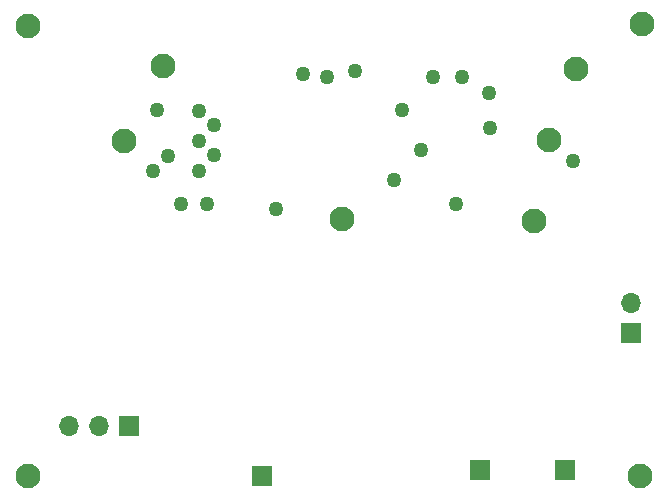
<source format=gbr>
%TF.GenerationSoftware,KiCad,Pcbnew,(6.0.4)*%
%TF.CreationDate,2022-04-30T14:42:06+02:00*%
%TF.ProjectId,test_fixture,74657374-5f66-4697-9874-7572652e6b69,rev?*%
%TF.SameCoordinates,Original*%
%TF.FileFunction,Soldermask,Bot*%
%TF.FilePolarity,Negative*%
%FSLAX46Y46*%
G04 Gerber Fmt 4.6, Leading zero omitted, Abs format (unit mm)*
G04 Created by KiCad (PCBNEW (6.0.4)) date 2022-04-30 14:42:06*
%MOMM*%
%LPD*%
G01*
G04 APERTURE LIST*
%ADD10C,2.100000*%
%ADD11C,1.270000*%
%ADD12R,1.700000X1.700000*%
%ADD13O,1.700000X1.700000*%
G04 APERTURE END LIST*
D10*
%TO.C,H10*%
X142875000Y-82931000D03*
%TD*%
%TO.C,H9*%
X90932000Y-121158000D03*
%TD*%
%TO.C,H8*%
X142748000Y-121158000D03*
%TD*%
%TO.C,H7*%
X90932000Y-83058000D03*
%TD*%
D11*
%TO.C,POGO19*%
X137033000Y-94488000D03*
%TD*%
D10*
%TO.C,H2*%
X99060000Y-92837000D03*
%TD*%
D11*
%TO.C,POGO16*%
X121920000Y-96139000D03*
%TD*%
%TO.C,POGO11*%
X106045000Y-98171000D03*
%TD*%
D10*
%TO.C,H1*%
X135001000Y-92710000D03*
%TD*%
D11*
%TO.C,POGO10*%
X122555000Y-90170000D03*
%TD*%
D12*
%TO.C,J1*%
X99426000Y-116967000D03*
D13*
X96886000Y-116967000D03*
X94346000Y-116967000D03*
%TD*%
D12*
%TO.C,J6*%
X136398000Y-120650000D03*
%TD*%
D11*
%TO.C,POGO5*%
X116205000Y-87376000D03*
%TD*%
%TO.C,POGO7*%
X124206000Y-93599000D03*
%TD*%
D10*
%TO.C,H5*%
X137287000Y-86741000D03*
%TD*%
D11*
%TO.C,POGO15*%
X127127000Y-98171000D03*
%TD*%
%TO.C,POGO13*%
X129921000Y-88773000D03*
%TD*%
%TO.C,POGO17*%
X111887000Y-98552000D03*
%TD*%
%TO.C,POGO18*%
X106680000Y-91440000D03*
%TD*%
%TO.C,POGO1*%
X114173000Y-87122000D03*
%TD*%
D10*
%TO.C,H6*%
X133731000Y-99568000D03*
%TD*%
D11*
%TO.C,POGO2*%
X101473000Y-95377000D03*
%TD*%
%TO.C,POGO14*%
X118618000Y-86868000D03*
%TD*%
D12*
%TO.C,J2*%
X141986000Y-109093000D03*
D13*
X141986000Y-106553000D03*
%TD*%
D11*
%TO.C,POGO21*%
X106680000Y-93980000D03*
%TD*%
%TO.C,POGO20*%
X105410000Y-90297000D03*
%TD*%
D10*
%TO.C,H4*%
X117475000Y-99441000D03*
%TD*%
%TO.C,H3*%
X102362000Y-86487000D03*
%TD*%
D11*
%TO.C,POGO9*%
X125222000Y-87376000D03*
%TD*%
%TO.C,POGO12*%
X103886000Y-98171000D03*
%TD*%
%TO.C,POGO6*%
X130048000Y-91694000D03*
%TD*%
D12*
%TO.C,J5*%
X129159000Y-120650000D03*
%TD*%
D11*
%TO.C,POGO23*%
X105410000Y-92837000D03*
%TD*%
%TO.C,POGO8*%
X127635000Y-87376000D03*
%TD*%
%TO.C,POGO4*%
X101854000Y-90170000D03*
%TD*%
D12*
%TO.C,J4*%
X110744000Y-121158000D03*
%TD*%
D11*
%TO.C,POGO22*%
X105410000Y-95377000D03*
%TD*%
%TO.C,POGO3*%
X102743000Y-94107000D03*
%TD*%
M02*

</source>
